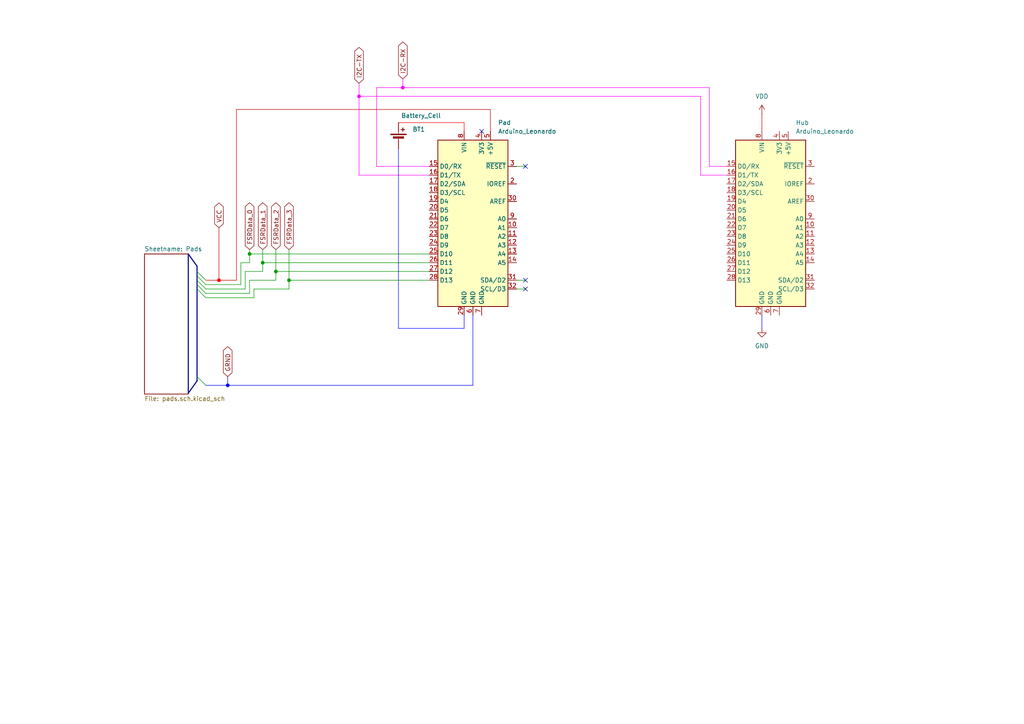
<source format=kicad_sch>
(kicad_sch (version 20231120) (generator "eeschema") (generator_version "8.0")
  (paper "A4")
  (lib_symbols
    (symbol "Device:Battery_Cell" (pin_numbers hide) (pin_names (offset 0) hide)
      (property "Reference" "BT" (at 2.54 2.54 0))
      (property "Value" "Battery_Cell" (at 2.54 0 0))
      (symbol "Battery_Cell_0_1"
        (rectangle (start -2.286 1.778) (end 2.286 1.524) (fill (type outline)))
        (rectangle (start -1.524 1.016) (end 1.524 0.508) (fill (type outline)))
        (polyline (pts (xy 0 0.762) (xy 0 0)))
        (polyline (pts (xy 0 1.778) (xy 0 2.54)))
        (polyline (pts (xy 0.762 3.048) (xy 1.778 3.048)) (stroke (width 0.254)))
        (polyline (pts (xy 1.27 3.556) (xy 1.27 2.54)) (stroke (width 0.254)))
      )
      (symbol "Battery_Cell_1_1"
        (pin passive line (at 0 5.08 270) (length 2.54) (name "+") (number "1"))
        (pin passive line (at 0 -2.54 90) (length 2.54) (name "-") (number "2"))
      )
    )
    (symbol "MCU_Module:Arduino_Leonardo"
      (property "Reference" "A" (at -10.16 23.495 0))
      (property "Value" "Arduino_Leonardo" (at 5.08 -26.67 0))
      (symbol "Arduino_Leonardo_0_1"
        (rectangle (start -10.16 22.86) (end 10.16 -25.4) (stroke (width 0.254)) (fill (type background)))
      )
      (symbol "Arduino_Leonardo_1_1"
        (pin no_connect line (at -10.16 -20.32 0) (length 2.54) hide (name "NC") (number "1"))
        (pin bidirectional line (at 12.7 -2.54 180) (length 2.54) (name "A1") (number "10"))
        (pin bidirectional line (at 12.7 -5.08 180) (length 2.54) (name "A2") (number "11"))
        (pin bidirectional line (at 12.7 -7.62 180) (length 2.54) (name "A3") (number "12"))
        (pin bidirectional line (at 12.7 -10.16 180) (length 2.54) (name "A4") (number "13"))
        (pin bidirectional line (at 12.7 -12.7 180) (length 2.54) (name "A5") (number "14"))
        (pin bidirectional line (at -12.7 15.24 0) (length 2.54) (name "D0/RX") (number "15"))
        (pin bidirectional line (at -12.7 12.7 0) (length 2.54) (name "D1/TX") (number "16"))
        (pin bidirectional line (at -12.7 10.16 0) (length 2.54) (name "D2/SDA") (number "17"))
        (pin bidirectional line (at -12.7 7.62 0) (length 2.54) (name "D3/SCL") (number "18"))
        (pin bidirectional line (at -12.7 5.08 0) (length 2.54) (name "D4") (number "19"))
        (pin output line (at 12.7 10.16 180) (length 2.54) (name "IOREF") (number "2"))
        (pin bidirectional line (at -12.7 2.54 0) (length 2.54) (name "D5") (number "20"))
        (pin bidirectional line (at -12.7 0 0) (length 2.54) (name "D6") (number "21"))
        (pin bidirectional line (at -12.7 -2.54 0) (length 2.54) (name "D7") (number "22"))
        (pin bidirectional line (at -12.7 -5.08 0) (length 2.54) (name "D8") (number "23"))
        (pin bidirectional line (at -12.7 -7.62 0) (length 2.54) (name "D9") (number "24"))
        (pin bidirectional line (at -12.7 -10.16 0) (length 2.54) (name "D10") (number "25"))
        (pin bidirectional line (at -12.7 -12.7 0) (length 2.54) (name "D11") (number "26"))
        (pin bidirectional line (at -12.7 -15.24 0) (length 2.54) (name "D12") (number "27"))
        (pin bidirectional line (at -12.7 -17.78 0) (length 2.54) (name "D13") (number "28"))
        (pin power_in line (at -2.54 -27.94 90) (length 2.54) (name "GND") (number "29"))
        (pin input line (at 12.7 15.24 180) (length 2.54) (name "~{RESET}") (number "3"))
        (pin input line (at 12.7 5.08 180) (length 2.54) (name "AREF") (number "30"))
        (pin bidirectional line (at 12.7 -17.78 180) (length 2.54) (name "SDA/D2") (number "31"))
        (pin bidirectional line (at 12.7 -20.32 180) (length 2.54) (name "SCL/D3") (number "32"))
        (pin power_out line (at 2.54 25.4 270) (length 2.54) (name "3V3") (number "4"))
        (pin power_out line (at 5.08 25.4 270) (length 2.54) (name "+5V") (number "5"))
        (pin power_in line (at 0 -27.94 90) (length 2.54) (name "GND") (number "6"))
        (pin power_in line (at 2.54 -27.94 90) (length 2.54) (name "GND") (number "7"))
        (pin power_in line (at -2.54 25.4 270) (length 2.54) (name "VIN") (number "8"))
        (pin bidirectional line (at 12.7 0 180) (length 2.54) (name "A0") (number "9"))
      )
    )
    (symbol "power:GND" (power) (pin_numbers hide) (pin_names (offset 0) hide)
      (property "Value" "GND" (at 0 -3.81 0))
      (symbol "GND_0_1"
        (polyline (pts (xy 0 0) (xy 0 -1.27) (xy 1.27 -1.27) (xy 0 -2.54) (xy -1.27 -1.27) (xy 0 -1.27)))
      )
      (symbol "GND_1_1"
        (pin power_in line (at 0 0 270) (length 0) (name "~") (number "1"))
      )
    )
    (symbol "power:VDD" (power) (pin_numbers hide) (pin_names (offset 0) hide)
      (property "Value" "VDD" (at 0 3.556 0))
      (symbol "VDD_0_1"
        (polyline (pts (xy -0.762 1.27) (xy 0 2.54)))
        (polyline (pts (xy 0 0) (xy 0 2.54)))
        (polyline (pts (xy 0 2.54) (xy 0.762 1.27)))
      )
      (symbol "VDD_1_1"
        (pin power_in line (at 0 0 90) (length 0) (name "~") (number "1"))
      )
    )
  )
  (junction (at 80.01 78.74))
  (junction (at 116.84 25.4) (color 255 0 255 1))
  (junction (at 76.2 76.2))
  (junction (at 66.04 111.76) (color 0 0 255 1))
  (junction (at 104.14 27.94) (color 255 0 255 1))
  (junction (at 83.82 81.28))
  (junction (at 72.39 73.66))
  (junction (at 63.5 81.28) (color 255 0 0 1))
  (no_connect (at 152.4 48.26))
  (no_connect (at 139.7 38.1))
  (no_connect (at 152.4 83.82))
  (no_connect (at 152.4 81.28))
  (bus_entry (at 57.15 81.28) (size 2.54 2.54))
  (bus_entry (at 57.15 109.22) (size 2.54 2.54))
  (bus_entry (at 57.15 78.74) (size 2.54 2.54))
  (bus_entry (at 57.15 80.01) (size 2.54 2.54))
  (bus_entry (at 57.15 83.82) (size 2.54 2.54))
  (bus_entry (at 57.15 82.55) (size 2.54 2.54))
  (wire (pts (xy 83.82 81.28) (xy 83.82 83.82)))
  (wire (pts (xy 142.24 31.75) (xy 142.24 38.1)) (stroke (width 0) (color 194 0 0 1)))
  (wire (pts (xy 109.22 48.26) (xy 109.22 25.4)) (stroke (width 0) (color 255 0 255 1)))
  (wire (pts (xy 134.62 91.44) (xy 134.62 95.25)) (stroke (width 0) (color 14 2 255 1)))
  (bus (pts (xy 57.15 82.55) (xy 57.15 83.82)))
  (wire (pts (xy 203.2 27.94) (xy 203.2 50.8)) (stroke (width 0) (color 255 0 255 1)))
  (wire (pts (xy 104.14 27.94) (xy 203.2 27.94)) (stroke (width 0) (color 255 0 255 1)))
  (wire (pts (xy 76.2 76.2) (xy 76.2 78.74)))
  (wire (pts (xy 72.39 73.66) (xy 124.46 73.66)))
  (wire (pts (xy 124.46 81.28) (xy 83.82 81.28)))
  (wire (pts (xy 72.39 72.39) (xy 72.39 73.66)))
  (wire (pts (xy 203.2 50.8) (xy 210.82 50.8)) (stroke (width 0) (color 255 0 255 1)))
  (wire (pts (xy 71.12 83.82) (xy 71.12 78.74)))
  (wire (pts (xy 71.12 78.74) (xy 76.2 78.74)))
  (wire (pts (xy 59.69 81.28) (xy 63.5 81.28)) (stroke (width 0) (color 194 0 0 1)))
  (wire (pts (xy 66.04 111.76) (xy 137.16 111.76)) (stroke (width 0) (color 0 0 255 1)))
  (wire (pts (xy 149.86 48.26) (xy 152.4 48.26)))
  (wire (pts (xy 59.69 111.76) (xy 66.04 111.76)) (stroke (width 0) (color 0 0 255 1)))
  (wire (pts (xy 80.01 78.74) (xy 80.01 81.28)))
  (wire (pts (xy 59.69 83.82) (xy 71.12 83.82)))
  (wire (pts (xy 80.01 72.39) (xy 80.01 78.74)))
  (bus (pts (xy 57.15 109.22) (xy 57.15 110.49)))
  (bus (pts (xy 54.61 73.66) (xy 54.61 114.046)))
  (wire (pts (xy 124.46 50.8) (xy 104.14 50.8)) (stroke (width 0) (color 255 0 255 1)))
  (wire (pts (xy 59.69 86.36) (xy 73.66 86.36)))
  (wire (pts (xy 83.82 72.39) (xy 83.82 81.28)))
  (wire (pts (xy 72.39 81.28) (xy 80.01 81.28)))
  (wire (pts (xy 124.46 48.26) (xy 109.22 48.26)) (stroke (width 0) (color 255 0 255 1)))
  (bus (pts (xy 57.15 77.216) (xy 57.15 78.74)))
  (wire (pts (xy 76.2 76.2) (xy 124.46 76.2)))
  (bus (pts (xy 57.15 83.82) (xy 57.15 109.22)))
  (wire (pts (xy 137.16 91.44) (xy 137.16 111.76)) (stroke (width 0) (color 0 0 255 1)))
  (wire (pts (xy 73.66 83.82) (xy 73.66 86.36)))
  (wire (pts (xy 152.4 81.28) (xy 149.86 81.28)))
  (wire (pts (xy 205.74 25.4) (xy 205.74 48.26)) (stroke (width 0) (color 255 0 255 1)))
  (wire (pts (xy 66.04 109.22) (xy 66.04 111.76)) (stroke (width 0) (color 0 0 255 1)))
  (wire (pts (xy 72.39 85.09) (xy 59.69 85.09)))
  (wire (pts (xy 63.5 81.28) (xy 68.58 81.28)) (stroke (width 0) (color 194 0 0 1)))
  (wire (pts (xy 83.82 83.82) (xy 73.66 83.82)))
  (wire (pts (xy 149.86 83.82) (xy 152.4 83.82)))
  (wire (pts (xy 134.62 38.1) (xy 134.62 35.56)) (stroke (width 0) (color 255 0 0 1)))
  (wire (pts (xy 115.57 95.25) (xy 134.62 95.25)) (stroke (width 0) (color 0 0 255 1)))
  (wire (pts (xy 69.85 76.2) (xy 72.39 76.2)))
  (bus (pts (xy 57.15 80.01) (xy 57.15 81.28)))
  (bus (pts (xy 57.15 110.49) (xy 54.61 114.046)))
  (wire (pts (xy 104.14 50.8) (xy 104.14 27.94)) (stroke (width 0) (color 255 0 255 1)))
  (wire (pts (xy 63.5 66.04) (xy 63.5 81.28)) (stroke (width 0) (color 194 0 0 1)))
  (wire (pts (xy 72.39 81.28) (xy 72.39 85.09)))
  (wire (pts (xy 68.58 31.75) (xy 142.24 31.75)) (stroke (width 0) (color 194 0 0 1)))
  (wire (pts (xy 72.39 73.66) (xy 72.39 76.2)))
  (wire (pts (xy 68.58 81.28) (xy 68.58 31.75)) (stroke (width 0) (color 194 0 0 1)))
  (wire (pts (xy 116.84 22.86) (xy 116.84 25.4)) (stroke (width 0) (color 255 0 255 1)))
  (bus (pts (xy 57.15 78.74) (xy 57.15 80.01)))
  (wire (pts (xy 76.2 72.39) (xy 76.2 76.2)))
  (wire (pts (xy 134.62 35.56) (xy 115.57 35.56)) (stroke (width 0) (color 255 0 0 1)))
  (wire (pts (xy 69.85 76.2) (xy 69.85 82.55)))
  (wire (pts (xy 115.57 43.18) (xy 115.57 95.25)) (stroke (width 0) (color 0 0 255 1)))
  (bus (pts (xy 57.15 81.28) (xy 57.15 82.55)))
  (wire (pts (xy 220.98 33.02) (xy 220.98 38.1)) (stroke (width 0) (color 194 0 0 1)))
  (wire (pts (xy 205.74 48.26) (xy 210.82 48.26)) (stroke (width 0) (color 255 0 255 1)))
  (wire (pts (xy 220.98 95.25) (xy 220.98 91.44)) (stroke (width 0) (color 14 2 255 1)))
  (wire (pts (xy 116.84 25.4) (xy 205.74 25.4)) (stroke (width 0) (color 255 0 255 1)))
  (wire (pts (xy 80.01 78.74) (xy 124.46 78.74)))
  (bus (pts (xy 54.61 73.66) (xy 57.15 77.216)))
  (wire (pts (xy 69.85 82.55) (xy 59.69 82.55)))
  (wire (pts (xy 104.14 24.13) (xy 104.14 27.94)) (stroke (width 0) (color 255 0 255 1)))
  (wire (pts (xy 109.22 25.4) (xy 116.84 25.4)) (stroke (width 0) (color 255 0 255 1)))
  (global_label "VCC" (shape bidirectional) (at 63.5 66.04 90) (property "Intersheetrefs" "${INTERSHEET_REFS}" (effects (hide yes))))
  (global_label "I2C-RX" (shape bidirectional) (at 116.84 22.86 90) (property "Intersheetrefs" "${INTERSHEET_REFS}" (effects (hide yes))))
  (global_label "FSRData_0" (shape bidirectional) (at 72.39 72.39 90) (property "Intersheetrefs" "${INTERSHEET_REFS}" (effects (hide yes))))
  (global_label "FSRData_2" (shape bidirectional) (at 80.01 72.39 90) (property "Intersheetrefs" "${INTERSHEET_REFS}" (effects (hide yes))))
  (global_label "FSRData_1" (shape bidirectional) (at 76.2 72.39 90) (property "Intersheetrefs" "${INTERSHEET_REFS}" (effects (hide yes))))
  (global_label "I2C-TX" (shape bidirectional) (at 104.14 24.13 90) (property "Intersheetrefs" "${INTERSHEET_REFS}" (effects (hide yes))))
  (global_label "FSRData_3" (shape bidirectional) (at 83.82 72.39 90) (property "Intersheetrefs" "${INTERSHEET_REFS}" (effects (hide yes))))
  (global_label "GRND" (shape bidirectional) (at 66.04 109.22 90) (property "Intersheetrefs" "${INTERSHEET_REFS}" (effects (hide yes))))
  (symbol (lib_id "power:VDD") (at 220.98 33.02 0) (unit 1)
    (property "Reference" "#PWR01" (effects (hide yes)))
    (property "Value" "VDD" (at 220.98 27.94 0))
    (property "Description" "Power symbol creates a global label with name \"VDD\"" (effects (hide yes)))
  )
  (symbol (lib_id "Device:Battery_Cell") (at 115.57 40.64 0) (unit 1)
    (property "Reference" "BT1" (at 119.634 37.5284 0) (effects (justify left)))
    (property "Value" "Battery_Cell" (at 116.332 33.528 0) (effects (justify left)))
    (property "Description" "Single-cell battery" (effects (hide yes)))
  )
  (symbol (lib_id "power:GND") (at 220.98 95.25 0) (unit 1)
    (property "Reference" "#PWR03" (effects (hide yes)))
    (property "Value" "GND" (at 220.98 100.33 0))
    (property "Description" "Power symbol creates a global label with name \"GND\" , ground" (effects (hide yes)))
  )
  (symbol (lib_id "MCU_Module:Arduino_Leonardo") (at 223.52 63.5 0) (unit 1)
    (property "Reference" "Hub" (at 230.7941 35.56 0) (effects (justify left)))
    (property "Value" "Arduino_Leonardo" (at 230.7941 38.1 0) (effects (justify left)))
    (property "Footprint" "Module:Arduino_UNO_R3" (effects (hide yes)))
    (property "Datasheet" "https://www.arduino.cc/en/Main/ArduinoBoardLeonardo" (effects (hide yes)))
    (property "Description" "Arduino LEONARDO Microcontroller Module" (effects (hide yes)))
  )
  (symbol (lib_id "MCU_Module:Arduino_Leonardo") (at 137.16 63.5 0) (unit 1)
    (property "Reference" "Pad" (at 144.4341 35.56 0) (effects (justify left)))
    (property "Value" "Arduino_Leonardo" (at 144.4341 38.1 0) (effects (justify left)))
    (property "Footprint" "Module:Arduino_UNO_R3" (effects (hide yes)))
    (property "Datasheet" "https://www.arduino.cc/en/Main/ArduinoBoardLeonardo" (effects (hide yes)))
    (property "Description" "Arduino LEONARDO Microcontroller Module" (effects (hide yes)))
  )
  (sheet (at 41.91 73.66) (size 12.7 40.64) (stroke (width 0.1524))
    (property "Sheetname" "Pads" (at 41.91 72.9484 0) (show_name yes) (effects (justify left bottom)))
    (property "Sheetfile" "pads.sch.kicad_sch" (at 41.91 114.8846 0) (effects (justify left top)))
  )
)
</source>
